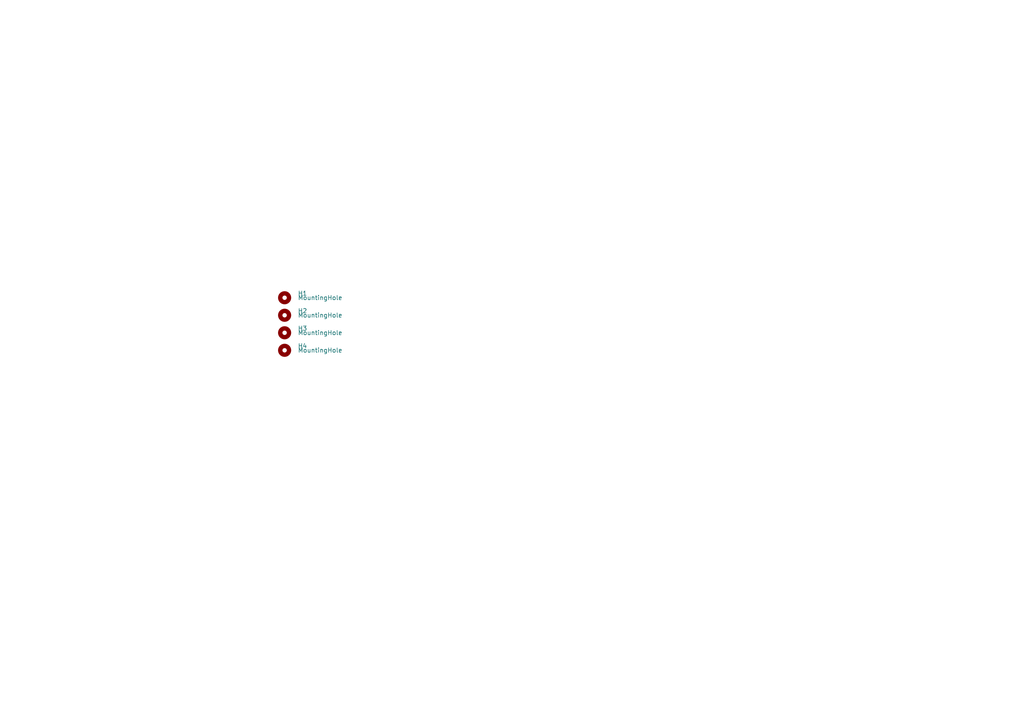
<source format=kicad_sch>
(kicad_sch (version 20200602) (host eeschema "5.99.0-unknown-40250c4~101~ubuntu20.04.1")
  (page 1 8)
  (paper "A4")
  (lib_symbols
    (symbol "Mechanical:MountingHole"
      (property "Reference" "H" (at 0 5.08 0))
      (property "Value" "MountingHole" (at 0 3.175 0))
      (symbol "MountingHole_0_1"
        (circle (center 0 0) (radius 1.27) (stroke (width 1.27)))
      )
    )
  )
  (symbol (lib_id "Mechanical:MountingHole") (at 82.55 86.36 0) (unit 1)
    (property "Reference" "H1" (at 86.36 85.09 0) (effects (justify left)))
    (property "Value" "MountingHole" (at 86.36 86.36 0) (effects (justify left)))
    (property "Footprint" "MountingHole:MountingHole_2.5mm" (effects hide))
  )
  (symbol (lib_id "Mechanical:MountingHole") (at 82.55 91.44 0) (unit 1)
    (property "Reference" "H2" (at 86.36 90.17 0) (effects (justify left)))
    (property "Value" "MountingHole" (at 86.36 91.44 0) (effects (justify left)))
    (property "Footprint" "MountingHole:MountingHole_2.5mm" (effects hide))
  )
  (symbol (lib_id "Mechanical:MountingHole") (at 82.55 96.52 0) (unit 1)
    (property "Reference" "H3" (at 86.36 95.25 0) (effects (justify left)))
    (property "Value" "MountingHole" (at 86.36 96.52 0) (effects (justify left)))
    (property "Footprint" "MountingHole:MountingHole_2.5mm" (effects hide))
  )
  (symbol (lib_id "Mechanical:MountingHole") (at 82.55 101.6 0) (unit 1)
    (property "Reference" "H4" (at 86.36 100.33 0) (effects (justify left)))
    (property "Value" "MountingHole" (at 86.36 101.6 0) (effects (justify left)))
    (property "Footprint" "MountingHole:MountingHole_2.5mm" (effects hide))
  )
)
</source>
